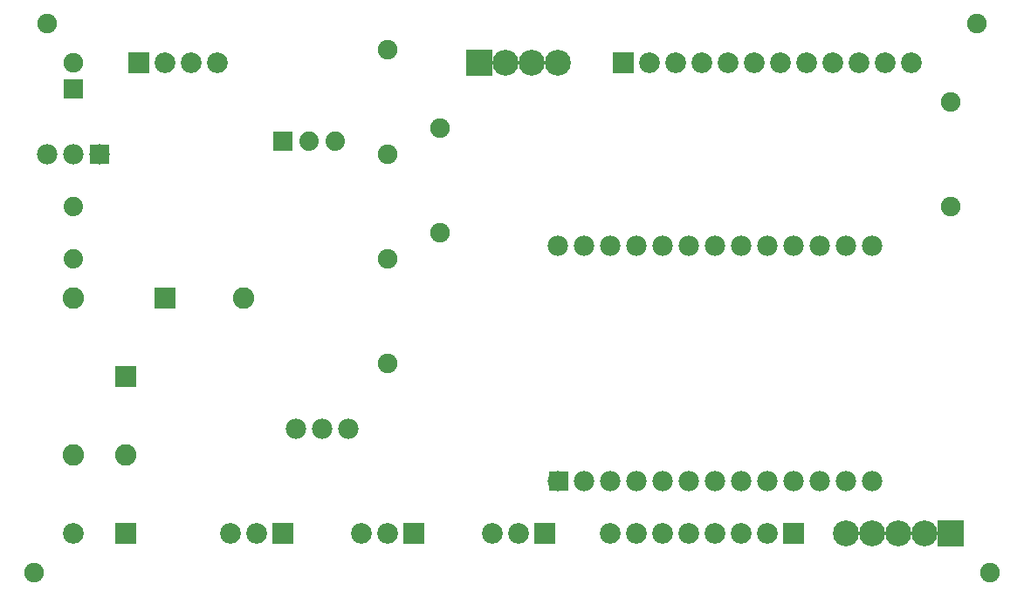
<source format=gtl>
G04 MADE WITH FRITZING*
G04 WWW.FRITZING.ORG*
G04 DOUBLE SIDED*
G04 HOLES PLATED*
G04 CONTOUR ON CENTER OF CONTOUR VECTOR*
%ASAXBY*%
%FSLAX23Y23*%
%MOIN*%
%OFA0B0*%
%SFA1.0B1.0*%
%ADD10C,0.075433*%
%ADD11C,0.078000*%
%ADD12C,0.075000*%
%ADD13C,0.082000*%
%ADD14C,0.079370*%
%ADD15C,0.099055*%
%ADD16C,0.074000*%
%ADD17R,0.078000X0.078000*%
%ADD18R,0.075000X0.075000*%
%ADD19R,0.082000X0.082000*%
%ADD20R,0.079370X0.079370*%
%ADD21R,0.099055X0.099055*%
%ADD22R,0.001000X0.001000*%
%LNCOPPER1*%
G90*
G70*
G54D10*
X121Y134D03*
X171Y2234D03*
X3721Y2234D03*
X3771Y134D03*
G54D11*
X371Y1734D03*
X271Y1734D03*
X171Y1734D03*
X2121Y484D03*
X2121Y1384D03*
X2221Y484D03*
X2221Y1384D03*
X2321Y484D03*
X2321Y1384D03*
X2421Y484D03*
X2421Y1384D03*
X2521Y484D03*
X2521Y1384D03*
X2621Y484D03*
X2621Y1384D03*
X2721Y484D03*
X2721Y1384D03*
X2821Y484D03*
X2821Y1384D03*
X2921Y484D03*
X2921Y1384D03*
X3021Y484D03*
X3021Y1384D03*
X3121Y484D03*
X3121Y1384D03*
X3221Y484D03*
X3221Y1384D03*
X3321Y484D03*
X3321Y1384D03*
G54D12*
X271Y1984D03*
X271Y2084D03*
G54D13*
X471Y884D03*
X471Y586D03*
X271Y584D03*
X271Y1184D03*
X621Y1184D03*
X921Y1184D03*
G54D12*
X1471Y2134D03*
X1471Y1734D03*
X3621Y1934D03*
X3621Y1534D03*
X1671Y1834D03*
X1671Y1434D03*
X1471Y1334D03*
X1471Y934D03*
G54D14*
X3021Y284D03*
X2921Y284D03*
X2821Y284D03*
X2721Y284D03*
X2621Y284D03*
X2521Y284D03*
X2421Y284D03*
X2321Y284D03*
G54D15*
X3621Y284D03*
X3521Y284D03*
X3421Y284D03*
X3321Y284D03*
X3221Y284D03*
G54D14*
X2071Y284D03*
X1971Y284D03*
X1871Y284D03*
X1071Y284D03*
X971Y284D03*
X871Y284D03*
X1571Y284D03*
X1471Y284D03*
X1371Y284D03*
X2371Y2084D03*
X2471Y2084D03*
X2571Y2084D03*
X2671Y2084D03*
X2771Y2084D03*
X2871Y2084D03*
X2971Y2084D03*
X3071Y2084D03*
X3171Y2084D03*
X3271Y2084D03*
X3371Y2084D03*
X3471Y2084D03*
G54D15*
X1821Y2084D03*
X1921Y2084D03*
X2021Y2084D03*
X2121Y2084D03*
G54D14*
X471Y284D03*
X271Y284D03*
G54D16*
X271Y1534D03*
X271Y1334D03*
X271Y1534D03*
X271Y1334D03*
X1071Y1784D03*
X1171Y1784D03*
X1271Y1784D03*
X1071Y1784D03*
X1171Y1784D03*
X1271Y1784D03*
G54D14*
X521Y2084D03*
X621Y2084D03*
X721Y2084D03*
X821Y2084D03*
G54D11*
X1121Y684D03*
X1221Y684D03*
X1321Y684D03*
G54D17*
X371Y1734D03*
X2122Y485D03*
G54D18*
X271Y1984D03*
G54D19*
X471Y885D03*
X621Y1184D03*
G54D20*
X3021Y284D03*
G54D21*
X3621Y284D03*
G54D20*
X2071Y284D03*
X1071Y284D03*
X1571Y284D03*
X2371Y2084D03*
G54D21*
X1821Y2084D03*
G54D20*
X471Y284D03*
X521Y2084D03*
G54D22*
X1034Y1821D02*
X1107Y1821D01*
X1034Y1820D02*
X1107Y1820D01*
X1034Y1819D02*
X1107Y1819D01*
X1034Y1818D02*
X1107Y1818D01*
X1034Y1817D02*
X1107Y1817D01*
X1034Y1816D02*
X1107Y1816D01*
X1034Y1815D02*
X1107Y1815D01*
X1034Y1814D02*
X1107Y1814D01*
X1034Y1813D02*
X1107Y1813D01*
X1034Y1812D02*
X1107Y1812D01*
X1034Y1811D02*
X1107Y1811D01*
X1034Y1810D02*
X1107Y1810D01*
X1034Y1809D02*
X1107Y1809D01*
X1034Y1808D02*
X1107Y1808D01*
X1034Y1807D02*
X1107Y1807D01*
X1034Y1806D02*
X1107Y1806D01*
X1034Y1805D02*
X1107Y1805D01*
X1034Y1804D02*
X1107Y1804D01*
X1034Y1803D02*
X1064Y1803D01*
X1077Y1803D02*
X1107Y1803D01*
X1034Y1802D02*
X1062Y1802D01*
X1079Y1802D02*
X1107Y1802D01*
X1034Y1801D02*
X1060Y1801D01*
X1081Y1801D02*
X1107Y1801D01*
X1034Y1800D02*
X1058Y1800D01*
X1083Y1800D02*
X1107Y1800D01*
X1034Y1799D02*
X1057Y1799D01*
X1084Y1799D02*
X1107Y1799D01*
X1034Y1798D02*
X1056Y1798D01*
X1085Y1798D02*
X1107Y1798D01*
X1034Y1797D02*
X1055Y1797D01*
X1086Y1797D02*
X1107Y1797D01*
X1034Y1796D02*
X1054Y1796D01*
X1087Y1796D02*
X1107Y1796D01*
X1034Y1795D02*
X1054Y1795D01*
X1088Y1795D02*
X1107Y1795D01*
X1034Y1794D02*
X1053Y1794D01*
X1088Y1794D02*
X1107Y1794D01*
X1034Y1793D02*
X1053Y1793D01*
X1089Y1793D02*
X1107Y1793D01*
X1034Y1792D02*
X1052Y1792D01*
X1089Y1792D02*
X1107Y1792D01*
X1034Y1791D02*
X1052Y1791D01*
X1089Y1791D02*
X1107Y1791D01*
X1034Y1790D02*
X1051Y1790D01*
X1090Y1790D02*
X1107Y1790D01*
X1034Y1789D02*
X1051Y1789D01*
X1090Y1789D02*
X1107Y1789D01*
X1034Y1788D02*
X1051Y1788D01*
X1090Y1788D02*
X1107Y1788D01*
X1034Y1787D02*
X1051Y1787D01*
X1090Y1787D02*
X1107Y1787D01*
X1034Y1786D02*
X1051Y1786D01*
X1091Y1786D02*
X1107Y1786D01*
X1034Y1785D02*
X1050Y1785D01*
X1091Y1785D02*
X1107Y1785D01*
X1034Y1784D02*
X1050Y1784D01*
X1091Y1784D02*
X1107Y1784D01*
X1034Y1783D02*
X1051Y1783D01*
X1091Y1783D02*
X1107Y1783D01*
X1034Y1782D02*
X1051Y1782D01*
X1091Y1782D02*
X1107Y1782D01*
X1034Y1781D02*
X1051Y1781D01*
X1090Y1781D02*
X1107Y1781D01*
X1034Y1780D02*
X1051Y1780D01*
X1090Y1780D02*
X1107Y1780D01*
X1034Y1779D02*
X1051Y1779D01*
X1090Y1779D02*
X1107Y1779D01*
X1034Y1778D02*
X1051Y1778D01*
X1090Y1778D02*
X1107Y1778D01*
X1034Y1777D02*
X1052Y1777D01*
X1089Y1777D02*
X1107Y1777D01*
X1034Y1776D02*
X1052Y1776D01*
X1089Y1776D02*
X1107Y1776D01*
X1034Y1775D02*
X1053Y1775D01*
X1088Y1775D02*
X1107Y1775D01*
X1034Y1774D02*
X1053Y1774D01*
X1088Y1774D02*
X1107Y1774D01*
X1034Y1773D02*
X1054Y1773D01*
X1087Y1773D02*
X1107Y1773D01*
X1034Y1772D02*
X1055Y1772D01*
X1086Y1772D02*
X1107Y1772D01*
X1034Y1771D02*
X1056Y1771D01*
X1086Y1771D02*
X1107Y1771D01*
X1034Y1770D02*
X1057Y1770D01*
X1085Y1770D02*
X1107Y1770D01*
X1034Y1769D02*
X1058Y1769D01*
X1083Y1769D02*
X1107Y1769D01*
X1034Y1768D02*
X1059Y1768D01*
X1082Y1768D02*
X1107Y1768D01*
X1034Y1767D02*
X1061Y1767D01*
X1080Y1767D02*
X1107Y1767D01*
X1034Y1766D02*
X1063Y1766D01*
X1078Y1766D02*
X1107Y1766D01*
X1034Y1765D02*
X1066Y1765D01*
X1075Y1765D02*
X1107Y1765D01*
X1034Y1764D02*
X1107Y1764D01*
X1034Y1763D02*
X1107Y1763D01*
X1034Y1762D02*
X1107Y1762D01*
X1034Y1761D02*
X1107Y1761D01*
X1034Y1760D02*
X1107Y1760D01*
X1034Y1759D02*
X1107Y1759D01*
X1034Y1758D02*
X1107Y1758D01*
X1034Y1757D02*
X1107Y1757D01*
X1034Y1756D02*
X1107Y1756D01*
X1034Y1755D02*
X1107Y1755D01*
X1034Y1754D02*
X1107Y1754D01*
X1034Y1753D02*
X1107Y1753D01*
X1034Y1752D02*
X1107Y1752D01*
X1034Y1751D02*
X1107Y1751D01*
X1034Y1750D02*
X1107Y1750D01*
X1034Y1749D02*
X1107Y1749D01*
X1034Y1748D02*
X1107Y1748D01*
D02*
G04 End of Copper1*
M02*
</source>
